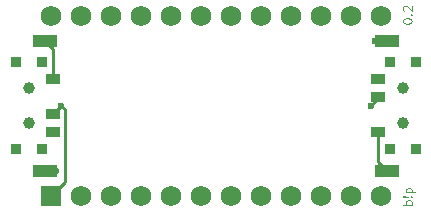
<source format=gbr>
%TF.GenerationSoftware,KiCad,Pcbnew,(6.0.4)*%
%TF.CreationDate,2022-10-25T23:06:37-04:00*%
%TF.ProjectId,battpack,62617474-7061-4636-9b2e-6b696361645f,v1.0.0*%
%TF.SameCoordinates,Original*%
%TF.FileFunction,Copper,L1,Top*%
%TF.FilePolarity,Positive*%
%FSLAX46Y46*%
G04 Gerber Fmt 4.6, Leading zero omitted, Abs format (unit mm)*
G04 Created by KiCad (PCBNEW (6.0.4)) date 2022-10-25 23:06:37*
%MOMM*%
%LPD*%
G01*
G04 APERTURE LIST*
%ADD10C,0.050000*%
%TA.AperFunction,NonConductor*%
%ADD11C,0.050000*%
%TD*%
%TA.AperFunction,WasherPad*%
%ADD12C,1.000000*%
%TD*%
%TA.AperFunction,SMDPad,CuDef*%
%ADD13R,1.250000X0.900000*%
%TD*%
%TA.AperFunction,SMDPad,CuDef*%
%ADD14R,0.900000X0.900000*%
%TD*%
%TA.AperFunction,SMDPad,CuDef*%
%ADD15R,2.000000X1.000000*%
%TD*%
%TA.AperFunction,ComponentPad*%
%ADD16C,0.600000*%
%TD*%
%TA.AperFunction,ComponentPad*%
%ADD17R,1.752600X1.752600*%
%TD*%
%TA.AperFunction,ComponentPad*%
%ADD18C,1.752600*%
%TD*%
%TA.AperFunction,Conductor*%
%ADD19C,0.250000*%
%TD*%
G04 APERTURE END LIST*
D10*
D11*
X16589285Y-8378571D02*
X15839285Y-8378571D01*
X16125000Y-8378571D02*
X16089285Y-8307142D01*
X16089285Y-8164285D01*
X16125000Y-8092857D01*
X16160714Y-8057142D01*
X16232142Y-8021428D01*
X16446428Y-8021428D01*
X16517857Y-8057142D01*
X16553571Y-8092857D01*
X16589285Y-8164285D01*
X16589285Y-8307142D01*
X16553571Y-8378571D01*
X16517857Y-7700000D02*
X16553571Y-7664285D01*
X16589285Y-7700000D01*
X16553571Y-7735714D01*
X16517857Y-7700000D01*
X16589285Y-7700000D01*
X16303571Y-7700000D02*
X15875000Y-7735714D01*
X15839285Y-7700000D01*
X15875000Y-7664285D01*
X16303571Y-7700000D01*
X15839285Y-7700000D01*
X16089285Y-7342857D02*
X16839285Y-7342857D01*
X16125000Y-7342857D02*
X16089285Y-7271428D01*
X16089285Y-7128571D01*
X16125000Y-7057142D01*
X16160714Y-7021428D01*
X16232142Y-6985714D01*
X16446428Y-6985714D01*
X16517857Y-7021428D01*
X16553571Y-7057142D01*
X16589285Y-7128571D01*
X16589285Y-7271428D01*
X16553571Y-7342857D01*
D10*
D11*
X15839285Y7128571D02*
X15839285Y7200000D01*
X15875000Y7271428D01*
X15910714Y7307142D01*
X15982142Y7342857D01*
X16125000Y7378571D01*
X16303571Y7378571D01*
X16446428Y7342857D01*
X16517857Y7307142D01*
X16553571Y7271428D01*
X16589285Y7200000D01*
X16589285Y7128571D01*
X16553571Y7057142D01*
X16517857Y7021428D01*
X16446428Y6985714D01*
X16303571Y6950000D01*
X16125000Y6950000D01*
X15982142Y6985714D01*
X15910714Y7021428D01*
X15875000Y7057142D01*
X15839285Y7128571D01*
X16517857Y7700000D02*
X16553571Y7735714D01*
X16589285Y7700000D01*
X16553571Y7664285D01*
X16517857Y7700000D01*
X16589285Y7700000D01*
X15910714Y8021428D02*
X15875000Y8057142D01*
X15839285Y8128571D01*
X15839285Y8307142D01*
X15875000Y8378571D01*
X15910714Y8414285D01*
X15982142Y8450000D01*
X16053571Y8450000D01*
X16160714Y8414285D01*
X16589285Y7985714D01*
X16589285Y8450000D01*
D12*
%TO.P,T1,*%
%TO.N,*%
X15850000Y-1500000D03*
X15850000Y1500000D03*
D13*
%TO.P,T1,1*%
%TO.N,BAT*%
X13775000Y-2250000D03*
%TO.P,T1,2*%
%TO.N,RAW*%
X13775000Y750000D03*
%TO.P,T1,3*%
%TO.N,N/C*%
X13775000Y2250000D03*
D14*
%TO.P,T1,*%
%TO.N,*%
X16950000Y-3700000D03*
X14750000Y-3700000D03*
X14750000Y3700000D03*
X16950000Y3700000D03*
%TD*%
D15*
%TO.P,PAD1,1*%
%TO.N,BAT*%
X14500000Y-5500000D03*
%TD*%
%TO.P,PAD2,1*%
%TO.N,GND*%
X14500000Y5500000D03*
%TD*%
D16*
%TO.P,,1*%
%TO.N,GND*%
X13500000Y5500000D03*
%TD*%
%TO.P,,1*%
%TO.N,RAW*%
X13100000Y0D03*
%TD*%
D12*
%TO.P,T2,*%
%TO.N,*%
X-15850000Y1500000D03*
X-15850000Y-1500000D03*
D13*
%TO.P,T2,1*%
%TO.N,BAT*%
X-13775000Y2250000D03*
%TO.P,T2,2*%
%TO.N,RAW*%
X-13775000Y-750000D03*
%TO.P,T2,3*%
%TO.N,N/C*%
X-13775000Y-2250000D03*
D14*
%TO.P,T2,*%
%TO.N,*%
X-16950000Y3700000D03*
X-14750000Y3700000D03*
X-14750000Y-3700000D03*
X-16950000Y-3700000D03*
%TD*%
D15*
%TO.P,PAD3,1*%
%TO.N,BAT*%
X-14500000Y5500000D03*
%TD*%
%TO.P,PAD4,1*%
%TO.N,GND*%
X-14500000Y-5500000D03*
%TD*%
D16*
%TO.P,,1*%
%TO.N,GND*%
X-13500000Y-5500000D03*
%TD*%
%TO.P,,1*%
%TO.N,RAW*%
X-13100000Y0D03*
%TD*%
D12*
%TO.P,T3,*%
%TO.N,*%
X15850000Y-1500000D03*
X15850000Y1500000D03*
%TD*%
D16*
%TO.P,,1*%
%TO.N,GND*%
X13500000Y5500000D03*
%TD*%
D12*
%TO.P,T4,*%
%TO.N,*%
X-15850000Y1500000D03*
X-15850000Y-1500000D03*
%TD*%
D16*
%TO.P,,1*%
%TO.N,GND*%
X-13500000Y-5500000D03*
%TD*%
D17*
%TO.P,,1*%
%TO.N,RAW*%
X-13970000Y-7620000D03*
D18*
%TO.P,,2*%
%TO.N,GND*%
X-11430000Y-7620000D03*
%TO.P,,3*%
%TO.N,RST*%
X-8890000Y-7620000D03*
%TO.P,,4*%
%TO.N,VCC*%
X-6350000Y-7620000D03*
%TO.P,,5*%
%TO.N,F4*%
X-3810000Y-7620000D03*
%TO.P,,6*%
%TO.N,F5*%
X-1270000Y-7620000D03*
%TO.P,,7*%
%TO.N,F6*%
X1270000Y-7620000D03*
%TO.P,,8*%
%TO.N,F7*%
X3810000Y-7620000D03*
%TO.P,,9*%
%TO.N,B1*%
X6350000Y-7620000D03*
%TO.P,,10*%
%TO.N,B3*%
X8890000Y-7620000D03*
%TO.P,,11*%
%TO.N,B2*%
X11430000Y-7620000D03*
%TO.P,,12*%
%TO.N,B6*%
X13970000Y-7620000D03*
%TO.P,,13*%
%TO.N,B5*%
X13970000Y7620000D03*
%TO.P,,14*%
%TO.N,B4*%
X11430000Y7620000D03*
%TO.P,,15*%
%TO.N,E6*%
X8890000Y7620000D03*
%TO.P,,16*%
%TO.N,D7*%
X6350000Y7620000D03*
%TO.P,,17*%
%TO.N,C6*%
X3810000Y7620000D03*
%TO.P,,18*%
%TO.N,D4*%
X1270000Y7620000D03*
%TO.P,,19*%
%TO.N,D0*%
X-1270000Y7620000D03*
%TO.P,,20*%
%TO.N,D1*%
X-3810000Y7620000D03*
%TO.P,,21*%
%TO.N,GND*%
X-6350000Y7620000D03*
%TO.P,,22*%
X-8890000Y7620000D03*
%TO.P,,23*%
%TO.N,D2*%
X-11430000Y7620000D03*
%TO.P,,24*%
%TO.N,D3*%
X-13970000Y7620000D03*
%TD*%
D19*
%TO.N,RAW*%
X-12800000Y-300000D02*
X-12800000Y-6450000D01*
X-12800000Y-6450000D02*
X-13970000Y-7620000D01*
X-13100000Y0D02*
X-12800000Y-300000D01*
X-13775000Y-675000D02*
X-13100000Y0D01*
X-13775000Y-750000D02*
X-13775000Y-675000D01*
X13775000Y750000D02*
X13775000Y675000D01*
X13775000Y675000D02*
X13100000Y0D01*
%TO.N,BAT*%
X13775000Y-4775000D02*
X13775000Y-2250000D01*
X14500000Y-5500000D02*
X13775000Y-4775000D01*
X-13775000Y4775000D02*
X-13775000Y2250000D01*
X-14500000Y5500000D02*
X-13775000Y4775000D01*
%TD*%
M02*

</source>
